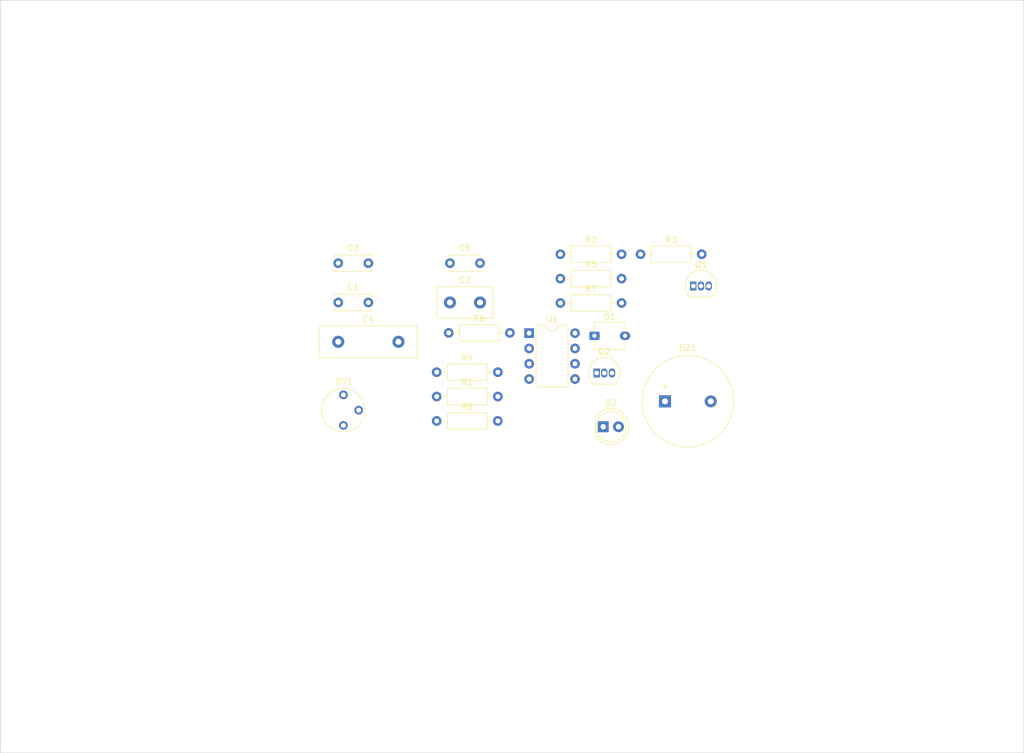
<source format=kicad_pcb>
(kicad_pcb (version 20211014) (generator pcbnew)
  (title_block (title "gammaray2usb") (date "2021-12-27") (rev "0.2x") (company "Fort Sand, Inc."))
  (layers (0 "F.Cu" signal) (31 "B.Cu" signal) (34 "B.Paste" user) (35 "F.Paste" user) (36 "B.SilkS" user "B.Silkscreen") (37 "F.SilkS" user "F.Silkscreen") (38 "B.Mask" user) (39 "F.Mask" user) (44 "Edge.Cuts" user))
  (net 0 "")
  (net 1 "Net-(BZ1-Pad1)")
  (net 2 "GND")
  (net 3 "Net-(C1-Pad1)")
  (net 4 "Net-(C2-Pad1)")
  (net 5 "+9V")
  (net 6 "Net-(C4-Pad1)")
  (net 7 "Net-(C5-Pad1)")
  (net 8 "Net-(D1-Pad2)")
  (net 9 "Net-(D2-Pad2)")
  (net 10 "Net-(Q1-Pad3)")
  (net 11 "Net-(Q2-Pad1)")
  (net 12 "Net-(R5-Pad1)")
  (net 13 "Net-(R6-Pad2)")
  (net 14 "Net-(R7-Pad1)")
  (net 15 "GNDREF")
  (footprint "Potentiometer_THT:Potentiometer_Vishay_T7-YA_Single_Vertical" (layer "F.Cu") (at 126.989246 105.611221)
    (fp_text reference "RV1" (at 0.11 -7.29) (layer "F.SilkS"))
    (fp_text value "250kΩ")
    (fp_circle (center -0.041 -2.54) (end 3.579 -2.54) (layer "F.SilkS") (width 0.12) (fill none))
    (pad "1" thru_hole circle locked (at 0 0) (size 1.44 1.44) (drill 0.8) (layers *.Cu *.Mask) (net 5 "+9V"))
    (pad "2" thru_hole circle locked (at 2.54 -2.54) (size 1.44 1.44) (drill 0.8) (layers *.Cu *.Mask) (net 14 "Net-(R7-Pad1)"))
    (pad "3" thru_hole circle locked (at 0 -5.08) (size 1.44 1.44) (drill 0.8) (layers *.Cu *.Mask) (net 2 "GND"))
  )
  (footprint "Resistor_THT:R_Axial_DIN0207_L6.3mm_D2.5mm_P10.16mm_Horizontal" (layer "F.Cu") (at 163.0278 77.1756)
    (fp_text reference "R2" (at 5.08 -2.37) (layer "F.SilkS"))
    (fp_text value "1.5M")
    (fp_line (start 9.12 0) (end 8.35 0) (layer "F.SilkS") (width 0.12))
    (fp_line (start 1.81 1.37) (end 8.35 1.37) (layer "F.SilkS") (width 0.12))
    (fp_line (start 1.81 -1.37) (end 1.81 1.37) (layer "F.SilkS") (width 0.12))
    (fp_line (start 1.04 0) (end 1.81 0) (layer "F.SilkS") (width 0.12))
    (fp_line (start 8.35 1.37) (end 8.35 -1.37) (layer "F.SilkS") (width 0.12))
    (fp_line (start 8.35 -1.37) (end 1.81 -1.37) (layer "F.SilkS") (width 0.12))
    (pad "1" thru_hole circle locked (at 0 0) (size 1.6 1.6) (drill 0.8) (layers *.Cu *.Mask) (net 3 "Net-(C1-Pad1)"))
    (pad "2" thru_hole oval locked (at 10.16 0) (size 1.6 1.6) (drill 0.8) (layers *.Cu *.Mask) (net 11 "Net-(Q2-Pad1)"))
  )
  (footprint "Resistor_THT:R_Axial_DIN0207_L6.3mm_D2.5mm_P10.16mm_Horizontal" (layer "F.Cu") (at 163.0278 81.2256)
    (fp_text reference "R5" (at 5.08 -2.37) (layer "F.SilkS"))
    (fp_text value "1k")
    (fp_line (start 9.12 0) (end 8.35 0) (layer "F.SilkS") (width 0.12))
    (fp_line (start 1.04 0) (end 1.81 0) (layer "F.SilkS") (width 0.12))
    (fp_line (start 1.81 1.37) (end 8.35 1.37) (layer "F.SilkS") (width 0.12))
    (fp_line (start 8.35 1.37) (end 8.35 -1.37) (layer "F.SilkS") (width 0.12))
    (fp_line (start 8.35 -1.37) (end 1.81 -1.37) (layer "F.SilkS") (width 0.12))
    (fp_line (start 1.81 -1.37) (end 1.81 1.37) (layer "F.SilkS") (width 0.12))
    (pad "1" thru_hole circle locked (at 0 0) (size 1.6 1.6) (drill 0.8) (layers *.Cu *.Mask) (net 12 "Net-(R5-Pad1)"))
    (pad "2" thru_hole oval locked (at 10.16 0) (size 1.6 1.6) (drill 0.8) (layers *.Cu *.Mask) (net 6 "Net-(C4-Pad1)"))
  )
  (footprint "Resistor_THT:R_Axial_DIN0207_L6.3mm_D2.5mm_P10.16mm_Horizontal" (layer "F.Cu") (at 142.4778 104.8656)
    (fp_text reference "R8" (at 5.08 -2.37) (layer "F.SilkS"))
    (fp_text value "1k")
    (fp_line (start 1.81 1.37) (end 8.35 1.37) (layer "F.SilkS") (width 0.12))
    (fp_line (start 1.81 -1.37) (end 1.81 1.37) (layer "F.SilkS") (width 0.12))
    (fp_line (start 8.35 -1.37) (end 1.81 -1.37) (layer "F.SilkS") (width 0.12))
    (fp_line (start 1.04 0) (end 1.81 0) (layer "F.SilkS") (width 0.12))
    (fp_line (start 8.35 1.37) (end 8.35 -1.37) (layer "F.SilkS") (width 0.12))
    (fp_line (start 9.12 0) (end 8.35 0) (layer "F.SilkS") (width 0.12))
    (pad "1" thru_hole circle locked (at 0 0) (size 1.6 1.6) (drill 0.8) (layers *.Cu *.Mask) (net 9 "Net-(D2-Pad2)"))
    (pad "2" thru_hole oval locked (at 10.16 0) (size 1.6 1.6) (drill 0.8) (layers *.Cu *.Mask) (net 1 "Net-(BZ1-Pad1)"))
  )
  (footprint "Capacitor_THT:C_Disc_D6.0mm_W2.5mm_P5.00mm" (layer "F.Cu") (at 126.1278 85.1906)
    (fp_text reference "C1" (at 2.5 -2.5) (layer "F.SilkS"))
    (fp_text value "0.1µF")
    (fp_line (start -0.62 -1.37) (end -0.62 -0.925) (layer "F.SilkS") (width 0.12))
    (fp_line (start -0.62 -1.37) (end 5.62 -1.37) (layer "F.SilkS") (width 0.12))
    (fp_line (start 5.62 0.925) (end 5.62 1.37) (layer "F.SilkS") (width 0.12))
    (fp_line (start -0.62 0.925) (end -0.62 1.37) (layer "F.SilkS") (width 0.12))
    (fp_line (start -0.62 1.37) (end 5.62 1.37) (layer "F.SilkS") (width 0.12))
    (fp_line (start 5.62 -1.37) (end 5.62 -0.925) (layer "F.SilkS") (width 0.12))
    (pad "1" thru_hole circle locked (at 0 0) (size 1.6 1.6) (drill 0.8) (layers *.Cu *.Mask) (net 3 "Net-(C1-Pad1)"))
    (pad "2" thru_hole circle locked (at 5 0) (size 1.6 1.6) (drill 0.8) (layers *.Cu *.Mask) (net 2 "GND"))
  )
  (footprint "Resistor_THT:R_Axial_DIN0207_L6.3mm_D2.5mm_P10.16mm_Horizontal" (layer "F.Cu") (at 176.3378 77.1756)
    (fp_text reference "R3" (at 5.08 -2.37) (layer "F.SilkS"))
    (fp_text value "56k")
    (fp_line (start 8.35 -1.37) (end 1.81 -1.37) (layer "F.SilkS") (width 0.12))
    (fp_line (start 1.81 1.37) (end 8.35 1.37) (layer "F.SilkS") (width 0.12))
    (fp_line (start 8.35 1.37) (end 8.35 -1.37) (layer "F.SilkS") (width 0.12))
    (fp_line (start 1.04 0) (end 1.81 0) (layer "F.SilkS") (width 0.12))
    (fp_line (start 9.12 0) (end 8.35 0) (layer "F.SilkS") (width 0.12))
    (fp_line (start 1.81 -1.37) (end 1.81 1.37) (layer "F.SilkS") (width 0.12))
    (pad "1" thru_hole circle locked (at 0 0) (size 1.6 1.6) (drill 0.8) (layers *.Cu *.Mask) (net 11 "Net-(Q2-Pad1)"))
    (pad "2" thru_hole oval locked (at 10.16 0) (size 1.6 1.6) (drill 0.8) (layers *.Cu *.Mask) (net 10 "Net-(Q1-Pad3)"))
  )
  (footprint "Resistor_THT:R_Axial_DIN0207_L6.3mm_D2.5mm_P10.16mm_Horizontal" (layer "F.Cu") (at 144.4778 90.2356)
    (fp_text reference "R6" (at 5.08 -2.37) (layer "F.SilkS"))
    (fp_text value "1.5M")
    (fp_line (start 1.81 1.37) (end 8.35 1.37) (layer "F.SilkS") (width 0.12))
    (fp_line (start 8.35 -1.37) (end 1.81 -1.37) (layer "F.SilkS") (width 0.12))
    (fp_line (start 9.12 0) (end 8.35 0) (layer "F.SilkS") (width 0.12))
    (fp_line (start 1.81 -1.37) (end 1.81 1.37) (layer "F.SilkS") (width 0.12))
    (fp_line (start 8.35 1.37) (end 8.35 -1.37) (layer "F.SilkS") (width 0.12))
    (fp_line (start 1.04 0) (end 1.81 0) (layer "F.SilkS") (width 0.12))
    (pad "1" thru_hole circle locked (at 0 0) (size 1.6 1.6) (drill 0.8) (layers *.Cu *.Mask) (net 12 "Net-(R5-Pad1)"))
    (pad "2" thru_hole oval locked (at 10.16 0) (size 1.6 1.6) (drill 0.8) (layers *.Cu *.Mask) (net 13 "Net-(R6-Pad2)"))
  )
  (footprint "Package_TO_SOT_THT:TO-92_Inline" (layer "F.Cu") (at 185.1078 82.4556)
    (fp_text reference "Q1" (at 1.27 -3.56) (layer "F.SilkS"))
    (fp_text value "2N7000")
    (fp_line (start -0.53 1.85) (end 3.07 1.85) (layer "F.SilkS") (width 0.12))
    (fp_arc (start 1.27 -2.6) (mid 3.672087 -0.994977) (end 3.108478 1.838478) (layer "F.SilkS") (width 0.12))
    (fp_arc (start -0.568478 1.838478) (mid -1.132087 -0.994977) (end 1.27 -2.6) (layer "F.SilkS") (width 0.12))
    (pad "1" thru_hole rect locked (at 0 0) (size 1.05 1.5) (drill 0.75) (layers *.Cu *.Mask) (net 2 "GND"))
    (pad "2" thru_hole oval locked (at 1.27 0) (size 1.05 1.5) (drill 0.75) (layers *.Cu *.Mask) (net 8 "Net-(D1-Pad2)"))
    (pad "3" thru_hole oval locked (at 2.54 0) (size 1.05 1.5) (drill 0.75) (layers *.Cu *.Mask) (net 10 "Net-(Q1-Pad3)"))
  )
  (footprint "Package_DIP:DIP-8_W7.62mm" (layer "F.Cu") (at 157.8378 90.2856)
    (fp_text reference "U1" (at 3.81 -2.33) (layer "F.SilkS"))
    (fp_text value "LM358")
    (fp_line (start 6.46 -1.33) (end 4.81 -1.33) (layer "F.SilkS") (width 0.12))
    (fp_line (start 2.81 -1.33) (end 1.16 -1.33) (layer "F.SilkS") (width 0.12))
    (fp_line (start 1.16 8.95) (end 6.46 8.95) (layer "F.SilkS") (width 0.12))
    (fp_line (start 1.16 -1.33) (end 1.16 8.95) (layer "F.SilkS") (width 0.12))
    (fp_line (start 6.46 8.95) (end 6.46 -1.33) (layer "F.SilkS") (width 0.12))
    (fp_arc (start 4.81 -1.33) (mid 3.81 -0.33) (end 2.81 -1.33) (layer "F.SilkS") (width 0.12))
    (pad "1" thru_hole rect locked (at 0 0) (size 1.6 1.6) (drill 0.8) (layers *.Cu *.Mask) (net 13 "Net-(R6-Pad2)"))
    (pad "2" thru_hole oval locked (at 0 2.54) (size 1.6 1.6) (drill 0.8) (layers *.Cu *.Mask) (net 12 "Net-(R5-Pad1)"))
    (pad "3" thru_hole oval locked (at 0 5.08) (size 1.6 1.6) (drill 0.8) (layers *.Cu *.Mask) (net 10 "Net-(Q1-Pad3)"))
    (pad "4" thru_hole oval locked (at 0 7.62) (size 1.6 1.6) (drill 0.8) (layers *.Cu *.Mask) (net 15 "GNDREF"))
    (pad "5" thru_hole oval locked (at 7.62 7.62) (size 1.6 1.6) (drill 0.8) (layers *.Cu *.Mask) (net 7 "Net-(C5-Pad1)"))
    (pad "6" thru_hole oval locked (at 7.62 5.08) (size 1.6 1.6) (drill 0.8) (layers *.Cu *.Mask) (net 13 "Net-(R6-Pad2)"))
    (pad "7" thru_hole oval locked (at 7.62 2.54) (size 1.6 1.6) (drill 0.8) (layers *.Cu *.Mask) (net 1 "Net-(BZ1-Pad1)"))
    (pad "8" thru_hole oval locked (at 7.62 0) (size 1.6 1.6) (drill 0.8) (layers *.Cu *.Mask) (net 5 "+9V"))
  )
  (footprint "Resistor_THT:R_Axial_DIN0207_L6.3mm_D2.5mm_P10.16mm_Horizontal" (layer "F.Cu") (at 142.4778 100.8156)
    (fp_text reference "R1" (at 5.08 -2.37) (layer "F.SilkS"))
    (fp_text value "10M")
    (fp_line (start 9.12 0) (end 8.35 0) (layer "F.SilkS") (width 0.12))
    (fp_line (start 8.35 -1.37) (end 1.81 -1.37) (layer "F.SilkS") (width 0.12))
    (fp_line (start 8.35 1.37) (end 8.35 -1.37) (layer "F.SilkS") (width 0.12))
    (fp_line (start 1.81 -1.37) (end 1.81 1.37) (layer "F.SilkS") (width 0.12))
    (fp_line (start 1.04 0) (end 1.81 0) (layer "F.SilkS") (width 0.12))
    (fp_line (start 1.81 1.37) (end 8.35 1.37) (layer "F.SilkS") (width 0.12))
    (pad "1" thru_hole circle locked (at 0 0) (size 1.6 1.6) (drill 0.8) (layers *.Cu *.Mask) (net 8 "Net-(D1-Pad2)"))
    (pad "2" thru_hole oval locked (at 10.16 0) (size 1.6 1.6) (drill 0.8) (layers *.Cu *.Mask) (net 2 "GND"))
  )
  (footprint "Resistor_THT:R_Axial_DIN0207_L6.3mm_D2.5mm_P10.16mm_Horizontal" (layer "F.Cu") (at 163.0278 85.2756)
    (fp_text reference "R7" (at 5.08 -2.37) (layer "F.SilkS"))
    (fp_text value "1k")
    (fp_line (start 8.35 -1.37) (end 1.81 -1.37) (layer "F.SilkS") (width 0.12))
    (fp_line (start 9.12 0) (end 8.35 0) (layer "F.SilkS") (width 0.12))
    (fp_line (start 1.81 -1.37) (end 1.81 1.37) (layer "F.SilkS") (width 0.12))
    (fp_line (start 8.35 1.37) (end 8.35 -1.37) (layer "F.SilkS") (width 0.12))
    (fp_line (start 1.81 1.37) (end 8.35 1.37) (layer "F.SilkS") (width 0.12))
    (fp_line (start 1.04 0) (end 1.81 0) (layer "F.SilkS") (width 0.12))
    (pad "1" thru_hole circle locked (at 0 0) (size 1.6 1.6) (drill 0.8) (layers *.Cu *.Mask) (net 14 "Net-(R7-Pad1)"))
    (pad "2" thru_hole oval locked (at 10.16 0) (size 1.6 1.6) (drill 0.8) (layers *.Cu *.Mask) (net 7 "Net-(C5-Pad1)"))
  )
  (footprint "Buzzer_Beeper:Buzzer_15x7.5RM7.6" (layer "F.Cu") (at 180.4004 101.6097)
    (fp_text reference "BZ1" (at 3.81 -8.89) (layer "F.SilkS"))
    (fp_text value "Buzzer")
    (fp_text user "+" (at -0.01 -2.54) (layer "F.SilkS"))
    (fp_circle (center 3.8 0) (end 11.4 0) (layer "F.SilkS") (width 0.12) (fill none))
    (pad "1" thru_hole rect locked (at 0 0) (size 2 2) (drill 1) (layers *.Cu *.Mask) (net 1 "Net-(BZ1-Pad1)"))
    (pad "2" thru_hole circle locked (at 7.6 0) (size 2 2) (drill 1) (layers *.Cu *.Mask) (net 2 "GND"))
  )
  (footprint "Capacitor_THT:C_Disc_D5.0mm_W2.5mm_P5.00mm" (layer "F.Cu") (at 144.6778 78.6606)
    (fp_text reference "C5" (at 2.5 -2.5) (layer "F.SilkS"))
    (fp_text value "0.01µF")
    (fp_line (start -0.12 1.37) (end 5.12 1.37) (layer "F.SilkS") (width 0.12))
    (fp_line (start 5.12 1.055) (end 5.12 1.37) (layer "F.SilkS") (width 0.12))
    (fp_line (start -0.12 1.055) (end -0.12 1.37) (layer "F.SilkS") (width 0.12))
    (fp_line (start 5.12 -1.37) (end 5.12 -1.055) (layer "F.SilkS") (width 0.12))
    (fp_line (start -0.12 -1.37) (end -0.12 -1.055) (layer "F.SilkS") (width 0.12))
    (fp_line (start -0.12 -1.37) (end 5.12 -1.37) (layer "F.SilkS") (width 0.12))
    (pad "1" thru_hole circle locked (at 0 0) (size 1.6 1.6) (drill 0.8) (layers *.Cu *.Mask) (net 7 "Net-(C5-Pad1)"))
    (pad "2" thru_hole circle locked (at 5 0) (size 1.6 1.6) (drill 0.8) (layers *.Cu *.Mask) (net 1 "Net-(BZ1-Pad1)"))
  )
  (footprint "Capacitor_THT:C_Disc_D16.0mm_W5.0mm_P10.00mm" (layer "F.Cu") (at 126.1278 91.7206)
    (fp_text reference "C4" (at 5 -3.75) (layer "F.SilkS"))
    (fp_text value "0.02µF")
    (fp_line (start -3.12 2.62) (end 13.12 2.62) (layer "F.SilkS") (width 0.12))
    (fp_line (start 13.12 -2.62) (end 13.12 2.62) (layer "F.SilkS") (width 0.12))
    (fp_line (start -3.12 -2.62) (end 13.12 -2.62) (layer "F.SilkS") (width 0.12))
    (fp_line (start -3.12 -2.62) (end -3.12 2.62) (layer "F.SilkS") (width 0.12))
    (pad "1" thru_hole circle locked (at 0 0) (size 2 2) (drill 1) (layers *.Cu *.Mask) (net 6 "Net-(C4-Pad1)"))
    (pad "2" thru_hole circle locked (at 10 0) (size 2 2) (drill 1) (layers *.Cu *.Mask) (net 2 "GND"))
  )
  (footprint "Capacitor_THT:C_Disc_D6.0mm_W2.5mm_P5.00mm" (layer "F.Cu") (at 126.1278 78.6606)
    (fp_text reference "C3" (at 2.5 -2.5) (layer "F.SilkS"))
    (fp_text value "0.1µF")
    (fp_line (start 5.62 -1.37) (end 5.62 -0.925) (layer "F.SilkS") (width 0.12))
    (fp_line (start -0.62 -1.37) (end 5.62 -1.37) (layer "F.SilkS") (width 0.12))
    (fp_line (start -0.62 0.925) (end -0.62 1.37) (layer "F.SilkS") (width 0.12))
    (fp_line (start -0.62 -1.37) (end -0.62 -0.925) (layer "F.SilkS") (width 0.12))
    (fp_line (start 5.62 0.925) (end 5.62 1.37) (layer "F.SilkS") (width 0.12))
    (fp_line (start -0.62 1.37) (end 5.62 1.37) (layer "F.SilkS") (width 0.12))
    (pad "1" thru_hole circle locked (at 0 0) (size 1.6 1.6) (drill 0.8) (layers *.Cu *.Mask) (net 5 "+9V"))
    (pad "2" thru_hole circle locked (at 5 0) (size 1.6 1.6) (drill 0.8) (layers *.Cu *.Mask) (net 2 "GND"))
  )
  (footprint "OptoDevice:Osram_DIL2_4.3x4.65mm_P5.08mm" (layer "F.Cu") (at 168.6878 90.7256)
    (fp_text reference "D1" (at 2.54 -3.17) (layer "F.SilkS"))
    (fp_text value "BPW34")
    (fp_line (start 0.08 -2.26) (end 4.95 -2.26) (layer "F.SilkS") (width 0.12))
    (fp_line (start 0.08 -0.96) (end -0.84 -0.96) (layer "F.SilkS") (width 0.12))
    (fp_line (start 0.08 -2.26) (end 0.08 -0.96) (layer "F.SilkS") (width 0.12))
    (fp_line (start 0.08 0.96) (end -0.84 0.96) (layer "F.SilkS") (width 0.12))
    (fp_line (start 0.08 0.96) (end 0.08 2.26) (layer "F.SilkS") (width 0.12))
    (fp_line (start 4.95 -2.26) (end 4.95 -1.06) (layer "F.SilkS") (width 0.12))
    (fp_line (start 4.95 1.06) (end 4.95 2.26) (layer "F.SilkS") (width 0.12))
    (fp_line (start 4.95 2.26) (end 0.08 2.26) (layer "F.SilkS") (width 0.12))
    (pad "1" thru_hole roundrect locked (at 0 0) (size 1.7 1.4) (drill 0.7) (layers *.Cu *.Mask) (roundrect_rratio 0.178) (net 3 "Net-(C1-Pad1)"))
    (pad "2" thru_hole oval locked (at 5.08 0) (size 1.7 1.4) (drill 0.7) (layers *.Cu *.Mask) (net 8 "Net-(D1-Pad2)"))
  )
  (footprint "LED_THT:LED_D5.0mm" (layer "F.Cu") (at 170.1409 105.8275)
    (fp_text reference "D2" (at 1.27 -3.96) (layer "F.SilkS"))
    (fp_text value "LED")
    (fp_line (start -1.29 -1.545) (end -1.29 1.545) (layer "F.SilkS") (width 0.12))
    (fp_arc (start -1.29 -1.54483) (mid 2.072002 -2.880433) (end 4.26 0.000462) (layer "F.SilkS") (width 0.12))
    (fp_arc (start 4.26 -0.000462) (mid 2.072002 2.880433) (end -1.29 1.54483) (layer "F.SilkS") (width 0.12))
    (fp_circle (center 1.27 0) (end 3.77 0) (layer "F.SilkS") (width 0.12) (fill none))
    (pad "1" thru_hole rect locked (at 0 0) (size 1.8 1.8) (drill 0.9) (layers *.Cu *.Mask) (net 2 "GND"))
    (pad "2" thru_hole circle locked (at 2.54 0) (size 1.8 1.8) (drill 0.9) (layers *.Cu *.Mask) (net 9 "Net-(D2-Pad2)"))
  )
  (footprint "Package_TO_SOT_THT:TO-92_Inline" (layer "F.Cu") (at 169.0478 96.9056)
    (fp_text reference "Q2" (at 1.27 -3.56) (layer "F.SilkS"))
    (fp_text value "2N3904")
    (fp_line (start -0.53 1.85) (end 3.07 1.85) (layer "F.SilkS") (width 0.12))
    (fp_arc (start 1.27 -2.6) (mid 3.672087 -0.994977) (end 3.108478 1.838478) (layer "F.SilkS") (width 0.12))
    (fp_arc (start -0.568478 1.838478) (mid -1.132087 -0.994977) (end 1.27 -2.6) (layer "F.SilkS") (width 0.12))
    (pad "1" thru_hole rect locked (at 0 0) (size 1.05 1.5) (drill 0.75) (layers *.Cu *.Mask) (net 11 "Net-(Q2-Pad1)"))
    (pad "2" thru_hole oval locked (at 1.27 0) (size 1.05 1.5) (drill 0.75) (layers *.Cu *.Mask) (net 4 "Net-(C2-Pad1)"))
    (pad "3" thru_hole oval locked (at 2.54 0) (size 1.05 1.5) (drill 0.75) (layers *.Cu *.Mask) (net 5 "+9V"))
  )
  (footprint "Resistor_THT:R_Axial_DIN0207_L6.3mm_D2.5mm_P10.16mm_Horizontal" (layer "F.Cu") (at 142.4778 96.7656)
    (fp_text reference "R4" (at 5.08 -2.37) (layer "F.SilkS"))
    (fp_text value "150k")
    (fp_line (start 8.35 1.37) (end 8.35 -1.37) (layer "F.SilkS") (width 0.12))
    (fp_line (start 1.81 1.37) (end 8.35 1.37) (layer "F.SilkS") (width 0.12))
    (fp_line (start 1.04 0) (end 1.81 0) (layer "F.SilkS") (width 0.12))
    (fp_line (start 8.35 -1.37) (end 1.81 -1.37) (layer "F.SilkS") (width 0.12))
    (fp_line (start 1.81 -1.37) (end 1.81 1.37) (layer "F.SilkS") (width 0.12))
    (fp_line (start 9.12 0) (end 8.35 0) (layer "F.SilkS") (width 0.12))
    (pad "1" thru_hole circle locked (at 0 0) (size 1.6 1.6) (drill 0.8) (layers *.Cu *.Mask) (net 5 "+9V"))
    (pad "2" thru_hole oval locked (at 10.16 0) (size 1.6 1.6) (drill 0.8) (layers *.Cu *.Mask) (net 4 "Net-(C2-Pad1)"))
  )
  (footprint "Capacitor_THT:C_Disc_D9.0mm_W5.0mm_P5.00mm" (layer "F.Cu") (at 144.6778 85.1906)
    (fp_text reference "C2" (at 2.5 -3.75) (layer "F.SilkS"))
    (fp_text value "100 uF")
    (fp_line (start -2.12 2.62) (end 7.12 2.62) (layer "F.SilkS") (width 0.12))
    (fp_line (start -2.12 -2.62) (end -2.12 2.62) (layer "F.SilkS") (width 0.12))
    (fp_line (start -2.12 -2.62) (end 7.12 -2.62) (layer "F.SilkS") (width 0.12))
    (fp_line (start 7.12 -2.62) (end 7.12 2.62) (layer "F.SilkS") (width 0.12))
    (pad "1" thru_hole circle locked (at 0 0) (size 2 2) (drill 1) (layers *.Cu *.Mask) (net 4 "Net-(C2-Pad1)"))
    (pad "2" thru_hole circle locked (at 5 0) (size 2 2) (drill 1) (layers *.Cu *.Mask) (net 2 "GND"))
  )
  (gr_line (start 240 160) (end 70 160) (layer "Edge.Cuts") (width 0.1))
  (gr_line (start 70 35) (end 240 35) (layer "Edge.Cuts") (width 0.1))
  (gr_line (start 240 35) (end 240 160) (layer "Edge.Cuts") (width 0.1))
  (gr_line (start 70 160) (end 70 35) (layer "Edge.Cuts") (width 0.1))
)
</source>
